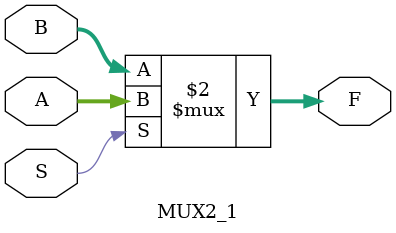
<source format=v>
module MUX2_1(A, B, F, S);
output reg [31:0] F;
input [31:0] A, B;
input S;
always @(*)
F = S ? A : B;
endmodule

</source>
